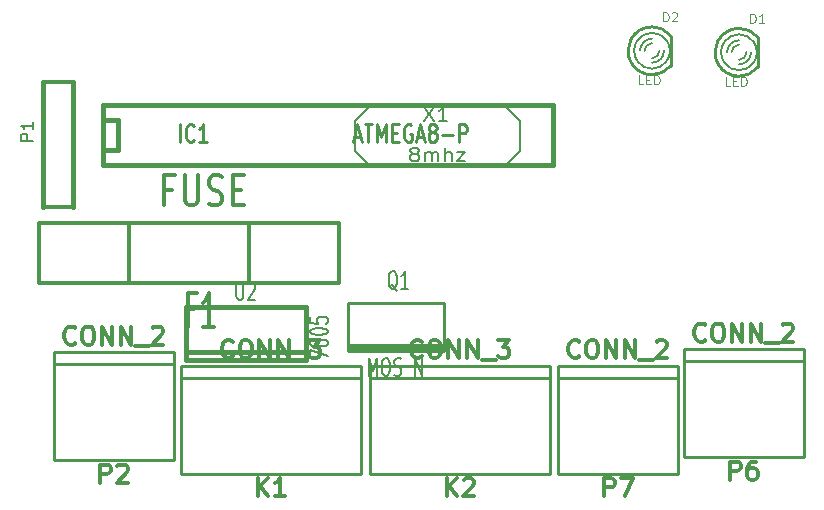
<source format=gto>
G04 (created by PCBNEW (2013-07-07 BZR 4022)-stable) date 10/09/2014 21:53:45*
%MOIN*%
G04 Gerber Fmt 3.4, Leading zero omitted, Abs format*
%FSLAX34Y34*%
G01*
G70*
G90*
G04 APERTURE LIST*
%ADD10C,0.00393701*%
%ADD11C,0.01*%
%ADD12C,0.012*%
%ADD13C,0.006*%
%ADD14C,0.015*%
%ADD15C,0.008*%
%ADD16C,0.01125*%
%ADD17C,0.0035*%
G04 APERTURE END LIST*
G54D10*
G54D11*
X69200Y-43300D02*
X66100Y-43300D01*
X69300Y-43200D02*
X69300Y-43400D01*
X69300Y-43400D02*
X66100Y-43400D01*
X66100Y-43400D02*
X66100Y-43200D01*
X69300Y-41800D02*
X69300Y-43200D01*
X69300Y-43200D02*
X66100Y-43200D01*
X66100Y-43200D02*
X66100Y-41800D01*
X66100Y-41800D02*
X69300Y-41800D01*
G54D12*
X55800Y-39150D02*
X65800Y-39150D01*
X65800Y-39150D02*
X65800Y-41150D01*
X65800Y-41150D02*
X55800Y-41150D01*
X55800Y-41150D02*
X55800Y-39150D01*
X58800Y-39150D02*
X58800Y-41150D01*
X62800Y-39150D02*
X62800Y-41150D01*
G54D13*
X66350Y-35750D02*
X66850Y-35250D01*
X71350Y-35250D02*
X71850Y-35750D01*
X71850Y-36750D02*
X71350Y-37250D01*
X66350Y-36750D02*
X66850Y-37250D01*
X66850Y-35250D02*
X71350Y-35250D01*
X66350Y-35750D02*
X66350Y-36750D01*
X66850Y-37250D02*
X71350Y-37250D01*
X71850Y-36750D02*
X71850Y-35750D01*
G54D14*
X57950Y-35200D02*
X72950Y-35200D01*
X72950Y-35200D02*
X72950Y-37200D01*
X72950Y-37200D02*
X57950Y-37200D01*
X57950Y-37200D02*
X57950Y-35200D01*
X57950Y-35700D02*
X58450Y-35700D01*
X58450Y-35700D02*
X58450Y-36700D01*
X58450Y-36700D02*
X57950Y-36700D01*
G54D11*
X56300Y-46750D02*
X56300Y-47050D01*
X56300Y-47050D02*
X60300Y-47050D01*
X60300Y-47050D02*
X60300Y-46750D01*
X56300Y-43450D02*
X60300Y-43450D01*
X60300Y-43450D02*
X60300Y-43850D01*
X60300Y-43850D02*
X56300Y-43850D01*
X56300Y-43850D02*
X56300Y-43450D01*
X56300Y-43750D02*
X56300Y-46750D01*
X60300Y-46750D02*
X60300Y-43750D01*
X72850Y-43900D02*
X72850Y-44300D01*
X72850Y-44300D02*
X66850Y-44300D01*
X66850Y-44300D02*
X66850Y-43900D01*
X66850Y-43900D02*
X72850Y-43900D01*
X72850Y-47500D02*
X72850Y-47200D01*
X72850Y-47500D02*
X66850Y-47500D01*
X66850Y-47500D02*
X66850Y-47200D01*
X72850Y-44200D02*
X72850Y-47200D01*
X66850Y-44200D02*
X66850Y-47200D01*
X66550Y-43900D02*
X66550Y-44300D01*
X66550Y-44300D02*
X60550Y-44300D01*
X60550Y-44300D02*
X60550Y-43900D01*
X60550Y-43900D02*
X66550Y-43900D01*
X66550Y-47500D02*
X66550Y-47200D01*
X66550Y-47500D02*
X60550Y-47500D01*
X60550Y-47500D02*
X60550Y-47200D01*
X66550Y-44200D02*
X66550Y-47200D01*
X60550Y-44200D02*
X60550Y-47200D01*
G54D14*
X56950Y-38600D02*
X56950Y-34450D01*
X55950Y-38600D02*
X55950Y-34450D01*
G54D12*
X55950Y-38600D02*
X56950Y-38600D01*
X56950Y-34450D02*
X55950Y-34450D01*
G54D11*
X77300Y-46650D02*
X77300Y-46950D01*
X77300Y-46950D02*
X81300Y-46950D01*
X81300Y-46950D02*
X81300Y-46650D01*
X77300Y-43350D02*
X81300Y-43350D01*
X81300Y-43350D02*
X81300Y-43750D01*
X81300Y-43750D02*
X77300Y-43750D01*
X77300Y-43750D02*
X77300Y-43350D01*
X77300Y-43650D02*
X77300Y-46650D01*
X81300Y-46650D02*
X81300Y-43650D01*
X79770Y-33950D02*
X79770Y-32950D01*
G54D13*
X78689Y-33065D02*
G75*
G03X78550Y-33450I460J-384D01*
G74*
G01*
X78550Y-33450D02*
G75*
G03X78701Y-33847I599J0D01*
G74*
G01*
X79749Y-33450D02*
G75*
G03X79605Y-33060I-599J0D01*
G74*
G01*
X79610Y-33834D02*
G75*
G03X79750Y-33450I-460J384D01*
G74*
G01*
X79637Y-33100D02*
G75*
G03X79150Y-32850I-487J-349D01*
G74*
G01*
X79150Y-32850D02*
G75*
G03X78670Y-33089I0J-600D01*
G74*
G01*
X79150Y-34049D02*
G75*
G03X79622Y-33818I0J599D01*
G74*
G01*
X78676Y-33818D02*
G75*
G03X79150Y-34050I473J368D01*
G74*
G01*
X79150Y-33200D02*
G75*
G03X78900Y-33450I0J-250D01*
G74*
G01*
X79150Y-33050D02*
G75*
G03X78750Y-33450I0J-400D01*
G74*
G01*
X79150Y-33700D02*
G75*
G03X79400Y-33450I0J250D01*
G74*
G01*
X79150Y-33850D02*
G75*
G03X79550Y-33450I0J400D01*
G74*
G01*
G54D11*
X79763Y-32936D02*
G75*
G03X79150Y-32650I-613J-513D01*
G74*
G01*
X79150Y-32651D02*
G75*
G03X78445Y-33073I0J-799D01*
G74*
G01*
X79151Y-34248D02*
G75*
G03X79760Y-33965I-1J798D01*
G74*
G01*
X78455Y-33847D02*
G75*
G03X79150Y-34250I694J397D01*
G74*
G01*
X78445Y-33070D02*
G75*
G03X78350Y-33450I704J-379D01*
G74*
G01*
X78350Y-33450D02*
G75*
G03X78468Y-33868I799J0D01*
G74*
G01*
X76870Y-33900D02*
X76870Y-32900D01*
G54D13*
X75789Y-33015D02*
G75*
G03X75650Y-33400I460J-384D01*
G74*
G01*
X75650Y-33400D02*
G75*
G03X75801Y-33797I599J0D01*
G74*
G01*
X76849Y-33400D02*
G75*
G03X76705Y-33010I-599J0D01*
G74*
G01*
X76710Y-33784D02*
G75*
G03X76850Y-33400I-460J384D01*
G74*
G01*
X76737Y-33050D02*
G75*
G03X76250Y-32800I-487J-349D01*
G74*
G01*
X76250Y-32800D02*
G75*
G03X75770Y-33039I0J-600D01*
G74*
G01*
X76250Y-33999D02*
G75*
G03X76722Y-33768I0J599D01*
G74*
G01*
X75776Y-33768D02*
G75*
G03X76250Y-34000I473J368D01*
G74*
G01*
X76250Y-33150D02*
G75*
G03X76000Y-33400I0J-250D01*
G74*
G01*
X76250Y-33000D02*
G75*
G03X75850Y-33400I0J-400D01*
G74*
G01*
X76250Y-33650D02*
G75*
G03X76500Y-33400I0J250D01*
G74*
G01*
X76250Y-33800D02*
G75*
G03X76650Y-33400I0J400D01*
G74*
G01*
G54D11*
X76863Y-32886D02*
G75*
G03X76250Y-32600I-613J-513D01*
G74*
G01*
X76250Y-32601D02*
G75*
G03X75545Y-33023I0J-799D01*
G74*
G01*
X76251Y-34198D02*
G75*
G03X76860Y-33915I-1J798D01*
G74*
G01*
X75555Y-33797D02*
G75*
G03X76250Y-34200I694J397D01*
G74*
G01*
X75545Y-33020D02*
G75*
G03X75450Y-33400I704J-379D01*
G74*
G01*
X75450Y-33400D02*
G75*
G03X75568Y-33818I799J0D01*
G74*
G01*
X73100Y-47200D02*
X73100Y-47500D01*
X73100Y-47500D02*
X77100Y-47500D01*
X77100Y-47500D02*
X77100Y-47200D01*
X73100Y-43900D02*
X77100Y-43900D01*
X77100Y-43900D02*
X77100Y-44300D01*
X77100Y-44300D02*
X73100Y-44300D01*
X73100Y-44300D02*
X73100Y-43900D01*
X73100Y-44200D02*
X73100Y-47200D01*
X77100Y-47200D02*
X77100Y-44200D01*
G54D14*
X64700Y-43450D02*
X64700Y-43700D01*
X64700Y-43700D02*
X60700Y-43700D01*
X60700Y-43700D02*
X60700Y-43450D01*
X64700Y-41950D02*
X64700Y-43450D01*
X64700Y-43450D02*
X60700Y-43450D01*
X60700Y-43450D02*
X60700Y-41950D01*
X60700Y-41950D02*
X64700Y-41950D01*
G54D15*
X67761Y-41400D02*
X67723Y-41371D01*
X67685Y-41314D01*
X67628Y-41228D01*
X67590Y-41200D01*
X67552Y-41200D01*
X67571Y-41342D02*
X67533Y-41314D01*
X67495Y-41257D01*
X67476Y-41142D01*
X67476Y-40942D01*
X67495Y-40828D01*
X67533Y-40771D01*
X67571Y-40742D01*
X67647Y-40742D01*
X67685Y-40771D01*
X67723Y-40828D01*
X67742Y-40942D01*
X67742Y-41142D01*
X67723Y-41257D01*
X67685Y-41314D01*
X67647Y-41342D01*
X67571Y-41342D01*
X68123Y-41342D02*
X67895Y-41342D01*
X68009Y-41342D02*
X68009Y-40742D01*
X67971Y-40828D01*
X67933Y-40885D01*
X67895Y-40914D01*
X66804Y-44242D02*
X66804Y-43642D01*
X66938Y-44071D01*
X67071Y-43642D01*
X67071Y-44242D01*
X67338Y-43642D02*
X67414Y-43642D01*
X67452Y-43671D01*
X67490Y-43728D01*
X67509Y-43842D01*
X67509Y-44042D01*
X67490Y-44157D01*
X67452Y-44214D01*
X67414Y-44242D01*
X67338Y-44242D01*
X67300Y-44214D01*
X67261Y-44157D01*
X67242Y-44042D01*
X67242Y-43842D01*
X67261Y-43728D01*
X67300Y-43671D01*
X67338Y-43642D01*
X67661Y-44214D02*
X67719Y-44242D01*
X67814Y-44242D01*
X67852Y-44214D01*
X67871Y-44185D01*
X67890Y-44128D01*
X67890Y-44071D01*
X67871Y-44014D01*
X67852Y-43985D01*
X67814Y-43957D01*
X67738Y-43928D01*
X67700Y-43900D01*
X67680Y-43871D01*
X67661Y-43814D01*
X67661Y-43757D01*
X67680Y-43700D01*
X67700Y-43671D01*
X67738Y-43642D01*
X67833Y-43642D01*
X67890Y-43671D01*
X67966Y-44300D02*
X68271Y-44300D01*
X68366Y-44242D02*
X68366Y-43642D01*
X68595Y-44242D01*
X68595Y-43642D01*
G54D12*
X60990Y-42017D02*
X60781Y-42017D01*
X60781Y-42601D02*
X60781Y-41485D01*
X61080Y-41485D01*
X61648Y-42601D02*
X61289Y-42601D01*
X61469Y-42601D02*
X61469Y-41485D01*
X61409Y-41645D01*
X61349Y-41751D01*
X61289Y-41804D01*
X60252Y-38030D02*
X59985Y-38030D01*
X59985Y-38554D02*
X59985Y-37554D01*
X60366Y-37554D01*
X60671Y-37554D02*
X60671Y-38364D01*
X60709Y-38459D01*
X60747Y-38507D01*
X60823Y-38554D01*
X60976Y-38554D01*
X61052Y-38507D01*
X61090Y-38459D01*
X61128Y-38364D01*
X61128Y-37554D01*
X61471Y-38507D02*
X61585Y-38554D01*
X61776Y-38554D01*
X61852Y-38507D01*
X61890Y-38459D01*
X61928Y-38364D01*
X61928Y-38269D01*
X61890Y-38173D01*
X61852Y-38126D01*
X61776Y-38078D01*
X61623Y-38030D01*
X61547Y-37983D01*
X61509Y-37935D01*
X61471Y-37840D01*
X61471Y-37745D01*
X61509Y-37650D01*
X61547Y-37602D01*
X61623Y-37554D01*
X61814Y-37554D01*
X61928Y-37602D01*
X62271Y-38030D02*
X62538Y-38030D01*
X62652Y-38554D02*
X62271Y-38554D01*
X62271Y-37554D01*
X62652Y-37554D01*
G54D13*
X68645Y-35282D02*
X68978Y-35732D01*
X68978Y-35282D02*
X68645Y-35732D01*
X69430Y-35732D02*
X69145Y-35732D01*
X69288Y-35732D02*
X69288Y-35282D01*
X69240Y-35346D01*
X69192Y-35389D01*
X69145Y-35410D01*
X68290Y-36825D02*
X68242Y-36803D01*
X68219Y-36782D01*
X68195Y-36739D01*
X68195Y-36717D01*
X68219Y-36675D01*
X68242Y-36653D01*
X68290Y-36632D01*
X68385Y-36632D01*
X68433Y-36653D01*
X68457Y-36675D01*
X68480Y-36717D01*
X68480Y-36739D01*
X68457Y-36782D01*
X68433Y-36803D01*
X68385Y-36825D01*
X68290Y-36825D01*
X68242Y-36846D01*
X68219Y-36867D01*
X68195Y-36910D01*
X68195Y-36996D01*
X68219Y-37039D01*
X68242Y-37060D01*
X68290Y-37082D01*
X68385Y-37082D01*
X68433Y-37060D01*
X68457Y-37039D01*
X68480Y-36996D01*
X68480Y-36910D01*
X68457Y-36867D01*
X68433Y-36846D01*
X68385Y-36825D01*
X68695Y-37082D02*
X68695Y-36782D01*
X68695Y-36825D02*
X68719Y-36803D01*
X68766Y-36782D01*
X68838Y-36782D01*
X68885Y-36803D01*
X68909Y-36846D01*
X68909Y-37082D01*
X68909Y-36846D02*
X68933Y-36803D01*
X68980Y-36782D01*
X69052Y-36782D01*
X69100Y-36803D01*
X69123Y-36846D01*
X69123Y-37082D01*
X69361Y-37082D02*
X69361Y-36632D01*
X69576Y-37082D02*
X69576Y-36846D01*
X69552Y-36803D01*
X69504Y-36782D01*
X69433Y-36782D01*
X69385Y-36803D01*
X69361Y-36825D01*
X69766Y-36782D02*
X70028Y-36782D01*
X69766Y-37082D01*
X70028Y-37082D01*
G54D16*
X60510Y-36442D02*
X60510Y-35842D01*
X60982Y-36385D02*
X60960Y-36414D01*
X60896Y-36442D01*
X60853Y-36442D01*
X60789Y-36414D01*
X60746Y-36357D01*
X60725Y-36300D01*
X60703Y-36185D01*
X60703Y-36100D01*
X60725Y-35985D01*
X60746Y-35928D01*
X60789Y-35871D01*
X60853Y-35842D01*
X60896Y-35842D01*
X60960Y-35871D01*
X60982Y-35900D01*
X61410Y-36442D02*
X61153Y-36442D01*
X61282Y-36442D02*
X61282Y-35842D01*
X61239Y-35928D01*
X61196Y-35985D01*
X61153Y-36014D01*
G54D12*
G54D16*
X66325Y-36271D02*
X66539Y-36271D01*
X66282Y-36442D02*
X66432Y-35842D01*
X66582Y-36442D01*
X66667Y-35842D02*
X66925Y-35842D01*
X66796Y-36442D02*
X66796Y-35842D01*
X67075Y-36442D02*
X67075Y-35842D01*
X67225Y-36271D01*
X67375Y-35842D01*
X67375Y-36442D01*
X67589Y-36128D02*
X67739Y-36128D01*
X67803Y-36442D02*
X67589Y-36442D01*
X67589Y-35842D01*
X67803Y-35842D01*
X68232Y-35871D02*
X68189Y-35842D01*
X68125Y-35842D01*
X68060Y-35871D01*
X68017Y-35928D01*
X67996Y-35985D01*
X67975Y-36100D01*
X67975Y-36185D01*
X67996Y-36300D01*
X68017Y-36357D01*
X68060Y-36414D01*
X68125Y-36442D01*
X68167Y-36442D01*
X68232Y-36414D01*
X68253Y-36385D01*
X68253Y-36185D01*
X68167Y-36185D01*
X68425Y-36271D02*
X68639Y-36271D01*
X68382Y-36442D02*
X68532Y-35842D01*
X68682Y-36442D01*
X68896Y-36100D02*
X68853Y-36071D01*
X68832Y-36042D01*
X68810Y-35985D01*
X68810Y-35957D01*
X68832Y-35900D01*
X68853Y-35871D01*
X68896Y-35842D01*
X68982Y-35842D01*
X69025Y-35871D01*
X69046Y-35900D01*
X69067Y-35957D01*
X69067Y-35985D01*
X69046Y-36042D01*
X69025Y-36071D01*
X68982Y-36100D01*
X68896Y-36100D01*
X68853Y-36128D01*
X68832Y-36157D01*
X68810Y-36214D01*
X68810Y-36328D01*
X68832Y-36385D01*
X68853Y-36414D01*
X68896Y-36442D01*
X68982Y-36442D01*
X69025Y-36414D01*
X69046Y-36385D01*
X69067Y-36328D01*
X69067Y-36214D01*
X69046Y-36157D01*
X69025Y-36128D01*
X68982Y-36100D01*
X69260Y-36214D02*
X69603Y-36214D01*
X69817Y-36442D02*
X69817Y-35842D01*
X69989Y-35842D01*
X70032Y-35871D01*
X70053Y-35900D01*
X70075Y-35957D01*
X70075Y-36042D01*
X70053Y-36100D01*
X70032Y-36128D01*
X69989Y-36157D01*
X69817Y-36157D01*
G54D12*
X57857Y-47792D02*
X57857Y-47192D01*
X58085Y-47192D01*
X58142Y-47221D01*
X58171Y-47250D01*
X58200Y-47307D01*
X58200Y-47392D01*
X58171Y-47450D01*
X58142Y-47478D01*
X58085Y-47507D01*
X57857Y-47507D01*
X58428Y-47250D02*
X58457Y-47221D01*
X58514Y-47192D01*
X58657Y-47192D01*
X58714Y-47221D01*
X58742Y-47250D01*
X58771Y-47307D01*
X58771Y-47364D01*
X58742Y-47450D01*
X58400Y-47792D01*
X58771Y-47792D01*
X57028Y-43135D02*
X57000Y-43164D01*
X56914Y-43192D01*
X56857Y-43192D01*
X56771Y-43164D01*
X56714Y-43107D01*
X56685Y-43050D01*
X56657Y-42935D01*
X56657Y-42850D01*
X56685Y-42735D01*
X56714Y-42678D01*
X56771Y-42621D01*
X56857Y-42592D01*
X56914Y-42592D01*
X57000Y-42621D01*
X57028Y-42650D01*
X57400Y-42592D02*
X57514Y-42592D01*
X57571Y-42621D01*
X57628Y-42678D01*
X57657Y-42792D01*
X57657Y-42992D01*
X57628Y-43107D01*
X57571Y-43164D01*
X57514Y-43192D01*
X57400Y-43192D01*
X57342Y-43164D01*
X57285Y-43107D01*
X57257Y-42992D01*
X57257Y-42792D01*
X57285Y-42678D01*
X57342Y-42621D01*
X57400Y-42592D01*
X57914Y-43192D02*
X57914Y-42592D01*
X58257Y-43192D01*
X58257Y-42592D01*
X58542Y-43192D02*
X58542Y-42592D01*
X58885Y-43192D01*
X58885Y-42592D01*
X59028Y-43250D02*
X59485Y-43250D01*
X59600Y-42650D02*
X59628Y-42621D01*
X59685Y-42592D01*
X59828Y-42592D01*
X59885Y-42621D01*
X59914Y-42650D01*
X59942Y-42707D01*
X59942Y-42764D01*
X59914Y-42850D01*
X59571Y-43192D01*
X59942Y-43192D01*
X69407Y-48242D02*
X69407Y-47642D01*
X69750Y-48242D02*
X69492Y-47900D01*
X69750Y-47642D02*
X69407Y-47985D01*
X69978Y-47700D02*
X70007Y-47671D01*
X70064Y-47642D01*
X70207Y-47642D01*
X70264Y-47671D01*
X70292Y-47700D01*
X70321Y-47757D01*
X70321Y-47814D01*
X70292Y-47900D01*
X69950Y-48242D01*
X70321Y-48242D01*
X68578Y-43585D02*
X68550Y-43614D01*
X68464Y-43642D01*
X68407Y-43642D01*
X68321Y-43614D01*
X68264Y-43557D01*
X68235Y-43500D01*
X68207Y-43385D01*
X68207Y-43300D01*
X68235Y-43185D01*
X68264Y-43128D01*
X68321Y-43071D01*
X68407Y-43042D01*
X68464Y-43042D01*
X68550Y-43071D01*
X68578Y-43100D01*
X68950Y-43042D02*
X69064Y-43042D01*
X69121Y-43071D01*
X69178Y-43128D01*
X69207Y-43242D01*
X69207Y-43442D01*
X69178Y-43557D01*
X69121Y-43614D01*
X69064Y-43642D01*
X68950Y-43642D01*
X68892Y-43614D01*
X68835Y-43557D01*
X68807Y-43442D01*
X68807Y-43242D01*
X68835Y-43128D01*
X68892Y-43071D01*
X68950Y-43042D01*
X69464Y-43642D02*
X69464Y-43042D01*
X69807Y-43642D01*
X69807Y-43042D01*
X70092Y-43642D02*
X70092Y-43042D01*
X70435Y-43642D01*
X70435Y-43042D01*
X70578Y-43700D02*
X71035Y-43700D01*
X71121Y-43042D02*
X71492Y-43042D01*
X71292Y-43271D01*
X71378Y-43271D01*
X71435Y-43300D01*
X71464Y-43328D01*
X71492Y-43385D01*
X71492Y-43528D01*
X71464Y-43585D01*
X71435Y-43614D01*
X71378Y-43642D01*
X71207Y-43642D01*
X71150Y-43614D01*
X71121Y-43585D01*
X63107Y-48242D02*
X63107Y-47642D01*
X63450Y-48242D02*
X63192Y-47900D01*
X63450Y-47642D02*
X63107Y-47985D01*
X64021Y-48242D02*
X63678Y-48242D01*
X63850Y-48242D02*
X63850Y-47642D01*
X63792Y-47728D01*
X63735Y-47785D01*
X63678Y-47814D01*
X62278Y-43585D02*
X62250Y-43614D01*
X62164Y-43642D01*
X62107Y-43642D01*
X62021Y-43614D01*
X61964Y-43557D01*
X61935Y-43500D01*
X61907Y-43385D01*
X61907Y-43300D01*
X61935Y-43185D01*
X61964Y-43128D01*
X62021Y-43071D01*
X62107Y-43042D01*
X62164Y-43042D01*
X62250Y-43071D01*
X62278Y-43100D01*
X62650Y-43042D02*
X62764Y-43042D01*
X62821Y-43071D01*
X62878Y-43128D01*
X62907Y-43242D01*
X62907Y-43442D01*
X62878Y-43557D01*
X62821Y-43614D01*
X62764Y-43642D01*
X62650Y-43642D01*
X62592Y-43614D01*
X62535Y-43557D01*
X62507Y-43442D01*
X62507Y-43242D01*
X62535Y-43128D01*
X62592Y-43071D01*
X62650Y-43042D01*
X63164Y-43642D02*
X63164Y-43042D01*
X63507Y-43642D01*
X63507Y-43042D01*
X63792Y-43642D02*
X63792Y-43042D01*
X64135Y-43642D01*
X64135Y-43042D01*
X64278Y-43700D02*
X64735Y-43700D01*
X64821Y-43042D02*
X65192Y-43042D01*
X64992Y-43271D01*
X65078Y-43271D01*
X65135Y-43300D01*
X65164Y-43328D01*
X65192Y-43385D01*
X65192Y-43528D01*
X65164Y-43585D01*
X65135Y-43614D01*
X65078Y-43642D01*
X64907Y-43642D01*
X64850Y-43614D01*
X64821Y-43585D01*
G54D15*
X55611Y-36395D02*
X55211Y-36395D01*
X55211Y-36242D01*
X55230Y-36204D01*
X55250Y-36185D01*
X55288Y-36166D01*
X55345Y-36166D01*
X55383Y-36185D01*
X55402Y-36204D01*
X55421Y-36242D01*
X55421Y-36395D01*
X55611Y-35785D02*
X55611Y-36014D01*
X55611Y-35899D02*
X55211Y-35899D01*
X55269Y-35938D01*
X55307Y-35976D01*
X55326Y-36014D01*
G54D12*
X78857Y-47692D02*
X78857Y-47092D01*
X79085Y-47092D01*
X79142Y-47121D01*
X79171Y-47150D01*
X79200Y-47207D01*
X79200Y-47292D01*
X79171Y-47350D01*
X79142Y-47378D01*
X79085Y-47407D01*
X78857Y-47407D01*
X79714Y-47092D02*
X79600Y-47092D01*
X79542Y-47121D01*
X79514Y-47150D01*
X79457Y-47235D01*
X79428Y-47350D01*
X79428Y-47578D01*
X79457Y-47635D01*
X79485Y-47664D01*
X79542Y-47692D01*
X79657Y-47692D01*
X79714Y-47664D01*
X79742Y-47635D01*
X79771Y-47578D01*
X79771Y-47435D01*
X79742Y-47378D01*
X79714Y-47350D01*
X79657Y-47321D01*
X79542Y-47321D01*
X79485Y-47350D01*
X79457Y-47378D01*
X79428Y-47435D01*
X78028Y-43035D02*
X78000Y-43064D01*
X77914Y-43092D01*
X77857Y-43092D01*
X77771Y-43064D01*
X77714Y-43007D01*
X77685Y-42950D01*
X77657Y-42835D01*
X77657Y-42750D01*
X77685Y-42635D01*
X77714Y-42578D01*
X77771Y-42521D01*
X77857Y-42492D01*
X77914Y-42492D01*
X78000Y-42521D01*
X78028Y-42550D01*
X78400Y-42492D02*
X78514Y-42492D01*
X78571Y-42521D01*
X78628Y-42578D01*
X78657Y-42692D01*
X78657Y-42892D01*
X78628Y-43007D01*
X78571Y-43064D01*
X78514Y-43092D01*
X78400Y-43092D01*
X78342Y-43064D01*
X78285Y-43007D01*
X78257Y-42892D01*
X78257Y-42692D01*
X78285Y-42578D01*
X78342Y-42521D01*
X78400Y-42492D01*
X78914Y-43092D02*
X78914Y-42492D01*
X79257Y-43092D01*
X79257Y-42492D01*
X79542Y-43092D02*
X79542Y-42492D01*
X79885Y-43092D01*
X79885Y-42492D01*
X80028Y-43150D02*
X80485Y-43150D01*
X80600Y-42550D02*
X80628Y-42521D01*
X80685Y-42492D01*
X80828Y-42492D01*
X80885Y-42521D01*
X80914Y-42550D01*
X80942Y-42607D01*
X80942Y-42664D01*
X80914Y-42750D01*
X80571Y-43092D01*
X80942Y-43092D01*
G54D17*
X79528Y-32471D02*
X79528Y-32171D01*
X79600Y-32171D01*
X79642Y-32185D01*
X79671Y-32214D01*
X79685Y-32242D01*
X79700Y-32300D01*
X79700Y-32342D01*
X79685Y-32400D01*
X79671Y-32428D01*
X79642Y-32457D01*
X79600Y-32471D01*
X79528Y-32471D01*
X79985Y-32471D02*
X79814Y-32471D01*
X79900Y-32471D02*
X79900Y-32171D01*
X79871Y-32214D01*
X79842Y-32242D01*
X79814Y-32257D01*
X78857Y-34571D02*
X78714Y-34571D01*
X78714Y-34271D01*
X78957Y-34414D02*
X79057Y-34414D01*
X79100Y-34571D02*
X78957Y-34571D01*
X78957Y-34271D01*
X79100Y-34271D01*
X79228Y-34571D02*
X79228Y-34271D01*
X79300Y-34271D01*
X79342Y-34285D01*
X79371Y-34314D01*
X79385Y-34342D01*
X79400Y-34400D01*
X79400Y-34442D01*
X79385Y-34500D01*
X79371Y-34528D01*
X79342Y-34557D01*
X79300Y-34571D01*
X79228Y-34571D01*
X76628Y-32421D02*
X76628Y-32121D01*
X76700Y-32121D01*
X76742Y-32135D01*
X76771Y-32164D01*
X76785Y-32192D01*
X76800Y-32250D01*
X76800Y-32292D01*
X76785Y-32350D01*
X76771Y-32378D01*
X76742Y-32407D01*
X76700Y-32421D01*
X76628Y-32421D01*
X76914Y-32150D02*
X76928Y-32135D01*
X76957Y-32121D01*
X77028Y-32121D01*
X77057Y-32135D01*
X77071Y-32150D01*
X77085Y-32178D01*
X77085Y-32207D01*
X77071Y-32250D01*
X76900Y-32421D01*
X77085Y-32421D01*
X75957Y-34521D02*
X75814Y-34521D01*
X75814Y-34221D01*
X76057Y-34364D02*
X76157Y-34364D01*
X76200Y-34521D02*
X76057Y-34521D01*
X76057Y-34221D01*
X76200Y-34221D01*
X76328Y-34521D02*
X76328Y-34221D01*
X76400Y-34221D01*
X76442Y-34235D01*
X76471Y-34264D01*
X76485Y-34292D01*
X76500Y-34350D01*
X76500Y-34392D01*
X76485Y-34450D01*
X76471Y-34478D01*
X76442Y-34507D01*
X76400Y-34521D01*
X76328Y-34521D01*
G54D12*
X74657Y-48242D02*
X74657Y-47642D01*
X74885Y-47642D01*
X74942Y-47671D01*
X74971Y-47700D01*
X75000Y-47757D01*
X75000Y-47842D01*
X74971Y-47900D01*
X74942Y-47928D01*
X74885Y-47957D01*
X74657Y-47957D01*
X75200Y-47642D02*
X75600Y-47642D01*
X75342Y-48242D01*
X73828Y-43585D02*
X73800Y-43614D01*
X73714Y-43642D01*
X73657Y-43642D01*
X73571Y-43614D01*
X73514Y-43557D01*
X73485Y-43500D01*
X73457Y-43385D01*
X73457Y-43300D01*
X73485Y-43185D01*
X73514Y-43128D01*
X73571Y-43071D01*
X73657Y-43042D01*
X73714Y-43042D01*
X73800Y-43071D01*
X73828Y-43100D01*
X74200Y-43042D02*
X74314Y-43042D01*
X74371Y-43071D01*
X74428Y-43128D01*
X74457Y-43242D01*
X74457Y-43442D01*
X74428Y-43557D01*
X74371Y-43614D01*
X74314Y-43642D01*
X74200Y-43642D01*
X74142Y-43614D01*
X74085Y-43557D01*
X74057Y-43442D01*
X74057Y-43242D01*
X74085Y-43128D01*
X74142Y-43071D01*
X74200Y-43042D01*
X74714Y-43642D02*
X74714Y-43042D01*
X75057Y-43642D01*
X75057Y-43042D01*
X75342Y-43642D02*
X75342Y-43042D01*
X75685Y-43642D01*
X75685Y-43042D01*
X75828Y-43700D02*
X76285Y-43700D01*
X76400Y-43100D02*
X76428Y-43071D01*
X76485Y-43042D01*
X76628Y-43042D01*
X76685Y-43071D01*
X76714Y-43100D01*
X76742Y-43157D01*
X76742Y-43214D01*
X76714Y-43300D01*
X76371Y-43642D01*
X76742Y-43642D01*
G54D15*
X62395Y-41092D02*
X62395Y-41578D01*
X62414Y-41635D01*
X62433Y-41664D01*
X62471Y-41692D01*
X62547Y-41692D01*
X62585Y-41664D01*
X62604Y-41635D01*
X62623Y-41578D01*
X62623Y-41092D01*
X62795Y-41150D02*
X62814Y-41121D01*
X62852Y-41092D01*
X62947Y-41092D01*
X62985Y-41121D01*
X63004Y-41150D01*
X63023Y-41207D01*
X63023Y-41264D01*
X63004Y-41350D01*
X62776Y-41692D01*
X63023Y-41692D01*
X64842Y-43654D02*
X64842Y-43388D01*
X65442Y-43559D01*
X65100Y-43178D02*
X65071Y-43216D01*
X65042Y-43235D01*
X64985Y-43254D01*
X64957Y-43254D01*
X64900Y-43235D01*
X64871Y-43216D01*
X64842Y-43178D01*
X64842Y-43102D01*
X64871Y-43064D01*
X64900Y-43045D01*
X64957Y-43026D01*
X64985Y-43026D01*
X65042Y-43045D01*
X65071Y-43064D01*
X65100Y-43102D01*
X65100Y-43178D01*
X65128Y-43216D01*
X65157Y-43235D01*
X65214Y-43254D01*
X65328Y-43254D01*
X65385Y-43235D01*
X65414Y-43216D01*
X65442Y-43178D01*
X65442Y-43102D01*
X65414Y-43064D01*
X65385Y-43045D01*
X65328Y-43026D01*
X65214Y-43026D01*
X65157Y-43045D01*
X65128Y-43064D01*
X65100Y-43102D01*
X64842Y-42778D02*
X64842Y-42740D01*
X64871Y-42702D01*
X64900Y-42683D01*
X64957Y-42664D01*
X65071Y-42645D01*
X65214Y-42645D01*
X65328Y-42664D01*
X65385Y-42683D01*
X65414Y-42702D01*
X65442Y-42740D01*
X65442Y-42778D01*
X65414Y-42816D01*
X65385Y-42835D01*
X65328Y-42854D01*
X65214Y-42873D01*
X65071Y-42873D01*
X64957Y-42854D01*
X64900Y-42835D01*
X64871Y-42816D01*
X64842Y-42778D01*
X64842Y-42283D02*
X64842Y-42473D01*
X65128Y-42492D01*
X65100Y-42473D01*
X65071Y-42435D01*
X65071Y-42340D01*
X65100Y-42302D01*
X65128Y-42283D01*
X65185Y-42264D01*
X65328Y-42264D01*
X65385Y-42283D01*
X65414Y-42302D01*
X65442Y-42340D01*
X65442Y-42435D01*
X65414Y-42473D01*
X65385Y-42492D01*
M02*

</source>
